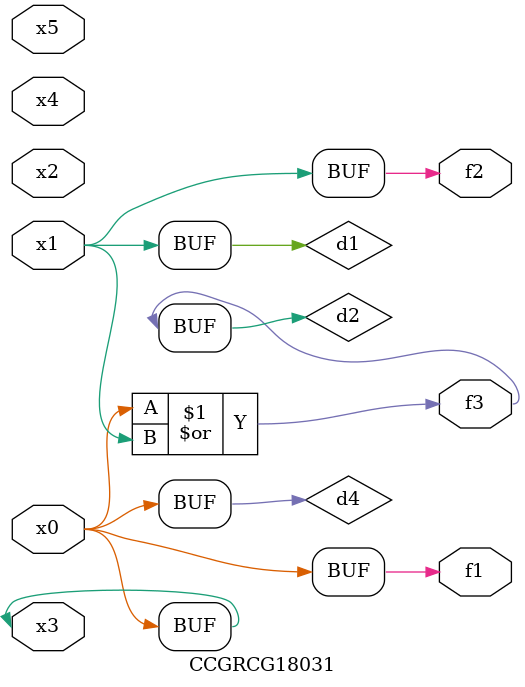
<source format=v>
module CCGRCG18031(
	input x0, x1, x2, x3, x4, x5,
	output f1, f2, f3
);

	wire d1, d2, d3, d4;

	and (d1, x1);
	or (d2, x0, x1);
	nand (d3, x0, x5);
	buf (d4, x0, x3);
	assign f1 = d4;
	assign f2 = d1;
	assign f3 = d2;
endmodule

</source>
